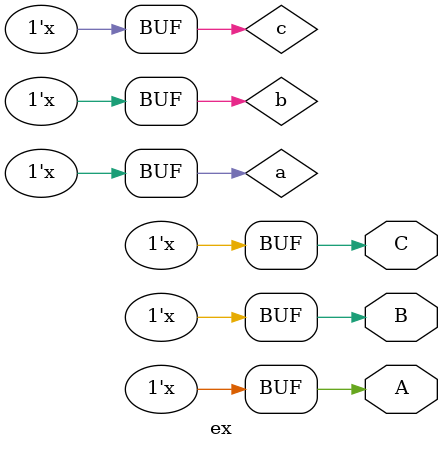
<source format=v>
`timescale 1ns / 1ps
module ex(
    output A,
    output B,
    output C
    );
	 reg a,b,c;
	initial begin
		a = 1;
		b = 0;
		c = 1;
	end
	
	initial begin
		#1;
		a <= b;
		b = c;
		c <= b;
	end
	
	assign A = a;
	assign B = b;
	assign C = c;


endmodule

</source>
